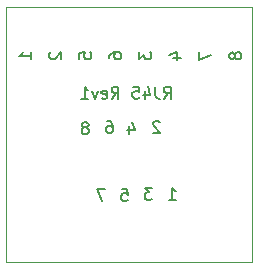
<source format=gbr>
G04 #@! TF.GenerationSoftware,KiCad,Pcbnew,(5.1.6)-1*
G04 #@! TF.CreationDate,2021-11-18T20:59:38-06:00*
G04 #@! TF.ProjectId,RJ45Breakout,524a3435-4272-4656-916b-6f75742e6b69,rev?*
G04 #@! TF.SameCoordinates,Original*
G04 #@! TF.FileFunction,Legend,Bot*
G04 #@! TF.FilePolarity,Positive*
%FSLAX46Y46*%
G04 Gerber Fmt 4.6, Leading zero omitted, Abs format (unit mm)*
G04 Created by KiCad (PCBNEW (5.1.6)-1) date 2021-11-18 20:59:38*
%MOMM*%
%LPD*%
G01*
G04 APERTURE LIST*
G04 #@! TA.AperFunction,Profile*
%ADD10C,0.050000*%
G04 #@! TD*
%ADD11C,0.150000*%
G04 APERTURE END LIST*
D10*
X140410000Y-114160000D02*
X140410000Y-92530000D01*
D11*
X159720952Y-96584761D02*
X159673333Y-96489523D01*
X159625714Y-96441904D01*
X159530476Y-96394285D01*
X159482857Y-96394285D01*
X159387619Y-96441904D01*
X159340000Y-96489523D01*
X159292380Y-96584761D01*
X159292380Y-96775238D01*
X159340000Y-96870476D01*
X159387619Y-96918095D01*
X159482857Y-96965714D01*
X159530476Y-96965714D01*
X159625714Y-96918095D01*
X159673333Y-96870476D01*
X159720952Y-96775238D01*
X159720952Y-96584761D01*
X159768571Y-96489523D01*
X159816190Y-96441904D01*
X159911428Y-96394285D01*
X160101904Y-96394285D01*
X160197142Y-96441904D01*
X160244761Y-96489523D01*
X160292380Y-96584761D01*
X160292380Y-96775238D01*
X160244761Y-96870476D01*
X160197142Y-96918095D01*
X160101904Y-96965714D01*
X159911428Y-96965714D01*
X159816190Y-96918095D01*
X159768571Y-96870476D01*
X159720952Y-96775238D01*
X156752380Y-96346666D02*
X156752380Y-97013333D01*
X157752380Y-96584761D01*
X149132380Y-96870476D02*
X149132380Y-96680000D01*
X149180000Y-96584761D01*
X149227619Y-96537142D01*
X149370476Y-96441904D01*
X149560952Y-96394285D01*
X149941904Y-96394285D01*
X150037142Y-96441904D01*
X150084761Y-96489523D01*
X150132380Y-96584761D01*
X150132380Y-96775238D01*
X150084761Y-96870476D01*
X150037142Y-96918095D01*
X149941904Y-96965714D01*
X149703809Y-96965714D01*
X149608571Y-96918095D01*
X149560952Y-96870476D01*
X149513333Y-96775238D01*
X149513333Y-96584761D01*
X149560952Y-96489523D01*
X149608571Y-96441904D01*
X149703809Y-96394285D01*
X146592380Y-96918095D02*
X146592380Y-96441904D01*
X147068571Y-96394285D01*
X147020952Y-96441904D01*
X146973333Y-96537142D01*
X146973333Y-96775238D01*
X147020952Y-96870476D01*
X147068571Y-96918095D01*
X147163809Y-96965714D01*
X147401904Y-96965714D01*
X147497142Y-96918095D01*
X147544761Y-96870476D01*
X147592380Y-96775238D01*
X147592380Y-96537142D01*
X147544761Y-96441904D01*
X147497142Y-96394285D01*
X154545714Y-96870476D02*
X155212380Y-96870476D01*
X154164761Y-96632380D02*
X154879047Y-96394285D01*
X154879047Y-97013333D01*
X151672380Y-96346666D02*
X151672380Y-96965714D01*
X152053333Y-96632380D01*
X152053333Y-96775238D01*
X152100952Y-96870476D01*
X152148571Y-96918095D01*
X152243809Y-96965714D01*
X152481904Y-96965714D01*
X152577142Y-96918095D01*
X152624761Y-96870476D01*
X152672380Y-96775238D01*
X152672380Y-96489523D01*
X152624761Y-96394285D01*
X152577142Y-96346666D01*
X144147619Y-96394285D02*
X144100000Y-96441904D01*
X144052380Y-96537142D01*
X144052380Y-96775238D01*
X144100000Y-96870476D01*
X144147619Y-96918095D01*
X144242857Y-96965714D01*
X144338095Y-96965714D01*
X144480952Y-96918095D01*
X145052380Y-96346666D01*
X145052380Y-96965714D01*
X147175238Y-102740952D02*
X147270476Y-102693333D01*
X147318095Y-102645714D01*
X147365714Y-102550476D01*
X147365714Y-102502857D01*
X147318095Y-102407619D01*
X147270476Y-102360000D01*
X147175238Y-102312380D01*
X146984761Y-102312380D01*
X146889523Y-102360000D01*
X146841904Y-102407619D01*
X146794285Y-102502857D01*
X146794285Y-102550476D01*
X146841904Y-102645714D01*
X146889523Y-102693333D01*
X146984761Y-102740952D01*
X147175238Y-102740952D01*
X147270476Y-102788571D01*
X147318095Y-102836190D01*
X147365714Y-102931428D01*
X147365714Y-103121904D01*
X147318095Y-103217142D01*
X147270476Y-103264761D01*
X147175238Y-103312380D01*
X146984761Y-103312380D01*
X146889523Y-103264761D01*
X146841904Y-103217142D01*
X146794285Y-103121904D01*
X146794285Y-102931428D01*
X146841904Y-102836190D01*
X146889523Y-102788571D01*
X146984761Y-102740952D01*
X148753333Y-107932380D02*
X148086666Y-107932380D01*
X148515238Y-108932380D01*
X148949523Y-102212380D02*
X149140000Y-102212380D01*
X149235238Y-102260000D01*
X149282857Y-102307619D01*
X149378095Y-102450476D01*
X149425714Y-102640952D01*
X149425714Y-103021904D01*
X149378095Y-103117142D01*
X149330476Y-103164761D01*
X149235238Y-103212380D01*
X149044761Y-103212380D01*
X148949523Y-103164761D01*
X148901904Y-103117142D01*
X148854285Y-103021904D01*
X148854285Y-102783809D01*
X148901904Y-102688571D01*
X148949523Y-102640952D01*
X149044761Y-102593333D01*
X149235238Y-102593333D01*
X149330476Y-102640952D01*
X149378095Y-102688571D01*
X149425714Y-102783809D01*
X150161904Y-107952380D02*
X150638095Y-107952380D01*
X150685714Y-108428571D01*
X150638095Y-108380952D01*
X150542857Y-108333333D01*
X150304761Y-108333333D01*
X150209523Y-108380952D01*
X150161904Y-108428571D01*
X150114285Y-108523809D01*
X150114285Y-108761904D01*
X150161904Y-108857142D01*
X150209523Y-108904761D01*
X150304761Y-108952380D01*
X150542857Y-108952380D01*
X150638095Y-108904761D01*
X150685714Y-108857142D01*
X150799523Y-102645714D02*
X150799523Y-103312380D01*
X151037619Y-102264761D02*
X151275714Y-102979047D01*
X150656666Y-102979047D01*
X152733333Y-107862380D02*
X152114285Y-107862380D01*
X152447619Y-108243333D01*
X152304761Y-108243333D01*
X152209523Y-108290952D01*
X152161904Y-108338571D01*
X152114285Y-108433809D01*
X152114285Y-108671904D01*
X152161904Y-108767142D01*
X152209523Y-108814761D01*
X152304761Y-108862380D01*
X152590476Y-108862380D01*
X152685714Y-108814761D01*
X152733333Y-108767142D01*
X153385714Y-102287619D02*
X153338095Y-102240000D01*
X153242857Y-102192380D01*
X153004761Y-102192380D01*
X152909523Y-102240000D01*
X152861904Y-102287619D01*
X152814285Y-102382857D01*
X152814285Y-102478095D01*
X152861904Y-102620952D01*
X153433333Y-103192380D01*
X152814285Y-103192380D01*
X154174285Y-108862380D02*
X154745714Y-108862380D01*
X154460000Y-108862380D02*
X154460000Y-107862380D01*
X154555238Y-108005238D01*
X154650476Y-108100476D01*
X154745714Y-108148095D01*
X142512380Y-96965714D02*
X142512380Y-96394285D01*
X142512380Y-96680000D02*
X141512380Y-96680000D01*
X141655238Y-96584761D01*
X141750476Y-96489523D01*
X141798095Y-96394285D01*
X153740476Y-100292380D02*
X154073809Y-99816190D01*
X154311904Y-100292380D02*
X154311904Y-99292380D01*
X153930952Y-99292380D01*
X153835714Y-99340000D01*
X153788095Y-99387619D01*
X153740476Y-99482857D01*
X153740476Y-99625714D01*
X153788095Y-99720952D01*
X153835714Y-99768571D01*
X153930952Y-99816190D01*
X154311904Y-99816190D01*
X153026190Y-99292380D02*
X153026190Y-100006666D01*
X153073809Y-100149523D01*
X153169047Y-100244761D01*
X153311904Y-100292380D01*
X153407142Y-100292380D01*
X152121428Y-99625714D02*
X152121428Y-100292380D01*
X152359523Y-99244761D02*
X152597619Y-99959047D01*
X151978571Y-99959047D01*
X151121428Y-99292380D02*
X151597619Y-99292380D01*
X151645238Y-99768571D01*
X151597619Y-99720952D01*
X151502380Y-99673333D01*
X151264285Y-99673333D01*
X151169047Y-99720952D01*
X151121428Y-99768571D01*
X151073809Y-99863809D01*
X151073809Y-100101904D01*
X151121428Y-100197142D01*
X151169047Y-100244761D01*
X151264285Y-100292380D01*
X151502380Y-100292380D01*
X151597619Y-100244761D01*
X151645238Y-100197142D01*
X149311904Y-100292380D02*
X149645238Y-99816190D01*
X149883333Y-100292380D02*
X149883333Y-99292380D01*
X149502380Y-99292380D01*
X149407142Y-99340000D01*
X149359523Y-99387619D01*
X149311904Y-99482857D01*
X149311904Y-99625714D01*
X149359523Y-99720952D01*
X149407142Y-99768571D01*
X149502380Y-99816190D01*
X149883333Y-99816190D01*
X148502380Y-100244761D02*
X148597619Y-100292380D01*
X148788095Y-100292380D01*
X148883333Y-100244761D01*
X148930952Y-100149523D01*
X148930952Y-99768571D01*
X148883333Y-99673333D01*
X148788095Y-99625714D01*
X148597619Y-99625714D01*
X148502380Y-99673333D01*
X148454761Y-99768571D01*
X148454761Y-99863809D01*
X148930952Y-99959047D01*
X148121428Y-99625714D02*
X147883333Y-100292380D01*
X147645238Y-99625714D01*
X146740476Y-100292380D02*
X147311904Y-100292380D01*
X147026190Y-100292380D02*
X147026190Y-99292380D01*
X147121428Y-99435238D01*
X147216666Y-99530476D01*
X147311904Y-99578095D01*
D10*
X161200000Y-114160000D02*
X140410000Y-114160000D01*
X161190000Y-92530000D02*
X161200000Y-114160000D01*
X140410000Y-92530000D02*
X161190000Y-92530000D01*
M02*

</source>
